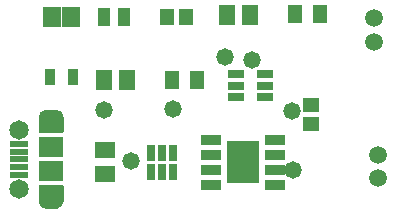
<source format=gts>
G04*
G04 #@! TF.GenerationSoftware,Altium Limited,Altium Designer,25.0.2 (28)*
G04*
G04 Layer_Color=8388736*
%FSLAX44Y44*%
%MOMM*%
G71*
G04*
G04 #@! TF.SameCoordinates,4808E630-E1AA-40A3-BC65-94F3982335E7*
G04*
G04*
G04 #@! TF.FilePolarity,Negative*
G04*
G01*
G75*
%ADD16R,1.4562X1.3046*%
%ADD17R,0.9500X1.4500*%
%ADD29R,1.3046X1.4562*%
%ADD30C,0.7032*%
%ADD31R,1.3032X1.5032*%
%ADD32R,1.4032X1.6532*%
%ADD33R,1.4032X0.8032*%
%ADD34R,0.8032X1.3532*%
%ADD35R,1.6532X1.4032*%
%ADD36R,1.7282X0.9032*%
%ADD37R,2.7162X3.6052*%
%ADD38R,1.5532X0.6032*%
%ADD39R,2.1032X1.7032*%
%ADD40R,1.5032X1.6532*%
%ADD41R,1.0532X1.5532*%
%ADD42C,1.5032*%
%ADD43C,1.6532*%
%ADD44C,1.4732*%
G36*
X614153Y419809D02*
X614283Y419783D01*
X614410Y419741D01*
X614529Y419682D01*
X614640Y419608D01*
X614740Y419520D01*
X614828Y419420D01*
X614902Y419309D01*
X614961Y419190D01*
X615004Y419063D01*
X615029Y418933D01*
X615038Y418800D01*
Y405800D01*
X615029Y405667D01*
X615004Y405536D01*
X614961Y405410D01*
X614902Y405291D01*
X614828Y405180D01*
X614740Y405080D01*
X614640Y404992D01*
X614529Y404918D01*
X614410Y404859D01*
X614283Y404817D01*
X614153Y404790D01*
X614020Y404782D01*
X610038D01*
Y400800D01*
X610030Y400667D01*
X610004Y400537D01*
X609961Y400410D01*
X609932Y400352D01*
X609902Y400291D01*
X609828Y400180D01*
X609740Y400080D01*
X609740D01*
Y400080D01*
X609640Y399992D01*
X609529Y399918D01*
X609469Y399889D01*
X609410Y399860D01*
X609284Y399817D01*
X609153Y399791D01*
X609020Y399782D01*
X600020Y399782D01*
D01*
X600020D01*
X599887Y399790D01*
X599757Y399816D01*
X599630Y399859D01*
X599571Y399888D01*
X599511Y399918D01*
X599400Y399992D01*
X599300Y400080D01*
Y400080D01*
X599300D01*
X599212Y400180D01*
X599138Y400291D01*
X599108Y400351D01*
X599079Y400410D01*
X599036Y400536D01*
X599011Y400667D01*
X599002Y400800D01*
D01*
Y400800D01*
Y404782D01*
X595020D01*
X594887Y404790D01*
X594757Y404817D01*
X594630Y404859D01*
X594511Y404918D01*
X594400Y404992D01*
X594300Y405080D01*
X594212Y405180D01*
X594138Y405291D01*
X594079Y405410D01*
X594036Y405536D01*
X594011Y405667D01*
X594002Y405800D01*
Y418800D01*
X594011Y418933D01*
X594036Y419063D01*
X594079Y419190D01*
X594138Y419309D01*
X594212Y419420D01*
X594300Y419520D01*
X594400Y419608D01*
X594511Y419682D01*
X594630Y419741D01*
X594757Y419783D01*
X594887Y419809D01*
X595020Y419818D01*
X614020D01*
X614153Y419809D01*
D02*
G37*
G36*
X609153Y483809D02*
X609283Y483783D01*
X609410Y483741D01*
X609468Y483712D01*
X609529Y483682D01*
X609640Y483608D01*
X609740Y483520D01*
Y483520D01*
X609740D01*
X609828Y483420D01*
X609902Y483309D01*
X609932Y483249D01*
X609961Y483190D01*
X610004Y483064D01*
X610029Y482933D01*
X610038Y482800D01*
D01*
Y482800D01*
Y478818D01*
X614020D01*
X614153Y478809D01*
X614283Y478783D01*
X614410Y478741D01*
X614529Y478682D01*
X614640Y478608D01*
X614740Y478520D01*
X614828Y478420D01*
X614902Y478309D01*
X614961Y478190D01*
X615004Y478064D01*
X615029Y477933D01*
X615038Y477800D01*
Y464800D01*
X615029Y464667D01*
X615004Y464536D01*
X614961Y464410D01*
X614902Y464291D01*
X614828Y464180D01*
X614740Y464080D01*
X614640Y463992D01*
X614529Y463918D01*
X614410Y463859D01*
X614283Y463816D01*
X614153Y463791D01*
X614020Y463782D01*
X595020D01*
X594887Y463791D01*
X594757Y463816D01*
X594630Y463859D01*
X594511Y463918D01*
X594400Y463992D01*
X594300Y464080D01*
X594212Y464180D01*
X594138Y464291D01*
X594079Y464410D01*
X594036Y464536D01*
X594011Y464667D01*
X594002Y464800D01*
Y477800D01*
X594011Y477933D01*
X594036Y478064D01*
X594079Y478190D01*
X594138Y478309D01*
X594212Y478420D01*
X594300Y478520D01*
X594400Y478608D01*
X594511Y478682D01*
X594630Y478741D01*
X594757Y478783D01*
X594887Y478809D01*
X595020Y478818D01*
X599002D01*
Y482800D01*
X599010Y482933D01*
X599036Y483063D01*
X599079Y483189D01*
X599108Y483248D01*
X599138Y483309D01*
X599212Y483420D01*
X599300Y483520D01*
X599300D01*
Y483520D01*
X599400Y483607D01*
X599511Y483681D01*
X599571Y483711D01*
X599630Y483740D01*
X599756Y483783D01*
X599887Y483809D01*
X600020Y483818D01*
X609020Y483818D01*
D01*
X609020D01*
X609153Y483809D01*
D02*
G37*
D16*
X824230Y487680D02*
D03*
Y471564D02*
D03*
D17*
X603660Y511810D02*
D03*
X623160D02*
D03*
D29*
X702704Y562610D02*
D03*
X718820D02*
D03*
D30*
X611520Y405800D02*
G03*
X611520Y405800I-2500J0D01*
G01*
X602520D02*
G03*
X602520Y405800I-2500J0D01*
G01*
X611520Y477800D02*
G03*
X611520Y477800I-2500J0D01*
G01*
X602520D02*
G03*
X602520Y477800I-2500J0D01*
G01*
D31*
X728050Y509270D02*
D03*
X707050D02*
D03*
X832190Y565150D02*
D03*
X811190D02*
D03*
D32*
X649130Y509270D02*
D03*
X669130D02*
D03*
X773270Y563880D02*
D03*
X753270D02*
D03*
D33*
X785930Y494690D02*
D03*
Y504190D02*
D03*
Y513690D02*
D03*
X760930D02*
D03*
Y504190D02*
D03*
Y494690D02*
D03*
D34*
X708000Y447420D02*
D03*
X698500D02*
D03*
X689000D02*
D03*
Y431420D02*
D03*
X698500D02*
D03*
X708000D02*
D03*
D35*
X650240Y449420D02*
D03*
Y429420D02*
D03*
D36*
X739960Y458470D02*
D03*
Y445770D02*
D03*
Y433070D02*
D03*
Y420370D02*
D03*
X794200D02*
D03*
Y433070D02*
D03*
Y445770D02*
D03*
Y458470D02*
D03*
D37*
X767080Y439420D02*
D03*
D38*
X577520Y428800D02*
D03*
Y435300D02*
D03*
Y441800D02*
D03*
Y448300D02*
D03*
Y454800D02*
D03*
D39*
X604520Y431800D02*
D03*
Y451800D02*
D03*
D40*
X605410Y562610D02*
D03*
X621410D02*
D03*
D41*
X649610D02*
D03*
X666110D02*
D03*
D42*
X877570Y561020D02*
D03*
Y541020D02*
D03*
X881380Y445770D02*
D03*
Y425770D02*
D03*
D43*
X577520Y466800D02*
D03*
Y416800D02*
D03*
D44*
X808228Y482346D02*
D03*
X708000Y484734D02*
D03*
X751586Y528320D02*
D03*
X649130Y483421D02*
D03*
X809752Y433070D02*
D03*
X672338Y440690D02*
D03*
X774700Y525780D02*
D03*
M02*

</source>
